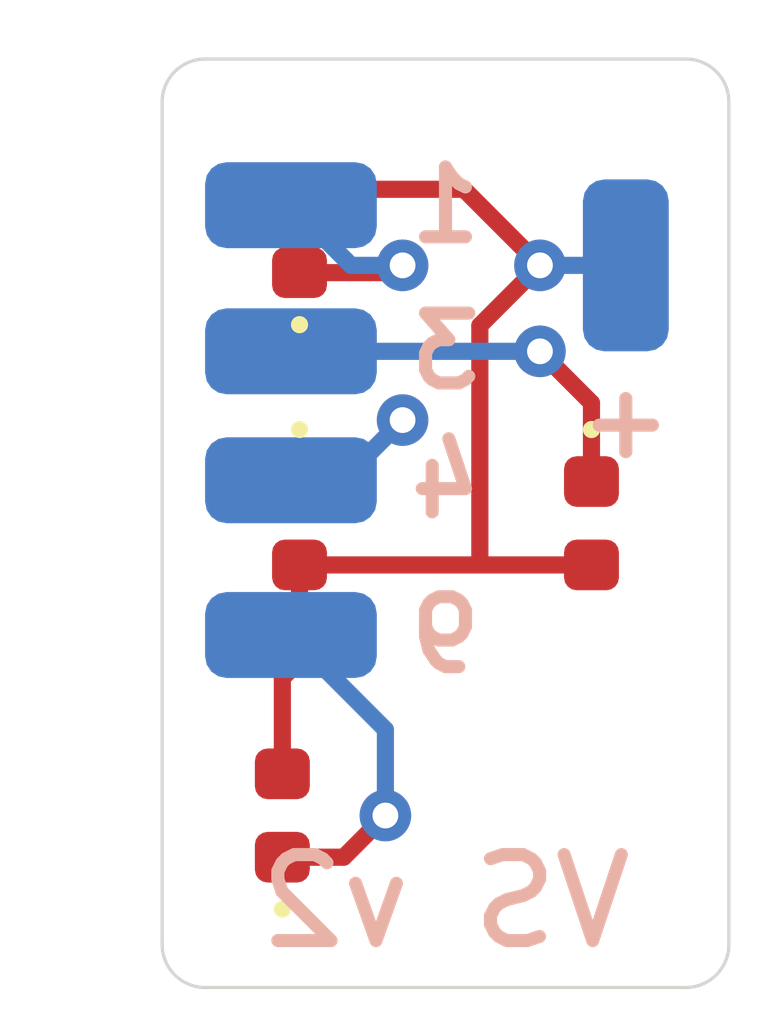
<source format=kicad_pcb>
(kicad_pcb (version 20221018) (generator pcbnew)
  (title_block (title "KS-Vorsignal") (date "2024-01-07") (rev "2.0"))
  (layers (0 "F.Cu" signal) (31 "B.Cu" signal) (34 "B.Paste" user) (35 "F.Paste" user) (36 "B.SilkS" user "B.Silkscreen") (37 "F.SilkS" user "F.Silkscreen") (38 "B.Mask" user) (39 "F.Mask" user) (44 "Edge.Cuts" user))
  (net 0 "")
  (net 1 "Net-(D1-K)")
  (net 2 "Net-(D1-A)")
  (net 3 "Net-(D3-K)")
  (net 4 "Net-(D5-K)")
  (net 5 "Net-(D10-K)")
  (footprint "LED_SMD:LED_0402_1005Metric" (layer "F.Cu") (at 102 70.1 -90)
    (fp_text reference "D5" hide)
    (fp_text value "LED_Y")
    (fp_circle (center -1.09 0) (end -1.04 0) (stroke (width 0.1)) (fill none) (layer "F.SilkS"))
    (pad "1" smd roundrect locked (at -0.485 0 270) (size 0.59 0.64) (layers "F.Cu" "F.Paste" "F.Mask") (net 4 "Net-(D5-K)"))
    (pad "2" smd roundrect locked (at 0.485 0 270) (size 0.59 0.64) (layers "F.Cu" "F.Paste" "F.Mask") (net 2 "Net-(D1-A)"))
  )
  (footprint "LED_SMD:LED_0402_1005Metric" (layer "F.Cu") (at 98.6 66.7 90)
    (fp_text reference "D1" hide)
    (fp_text value "LED_W")
    (fp_circle (center -1.09 0) (end -1.04 0) (stroke (width 0.1)) (fill none) (layer "F.SilkS"))
    (pad "1" smd roundrect locked (at -0.485 0 90) (size 0.59 0.64) (layers "F.Cu" "F.Paste" "F.Mask") (net 1 "Net-(D1-K)"))
    (pad "2" smd roundrect locked (at 0.485 0 90) (size 0.59 0.64) (layers "F.Cu" "F.Paste" "F.Mask") (net 2 "Net-(D1-A)"))
  )
  (footprint "LED_SMD:LED_0402_1005Metric" (layer "F.Cu") (at 98.4 73.5 90)
    (fp_text reference "D10" hide)
    (fp_text value "LED_W")
    (fp_circle (center -1.09 0) (end -1.04 0) (stroke (width 0.1)) (fill none) (layer "F.SilkS"))
    (pad "1" smd roundrect (at -0.485 0 90) (size 0.59 0.64) (layers "F.Cu" "F.Paste" "F.Mask") (net 5 "Net-(D10-K)"))
    (pad "2" smd roundrect (at 0.485 0 90) (size 0.59 0.64) (layers "F.Cu" "F.Paste" "F.Mask") (net 2 "Net-(D1-A)"))
  )
  (footprint "LED_SMD:LED_0402_1005Metric" (layer "F.Cu") (at 98.6 70.1 -90)
    (fp_text reference "D3" hide)
    (fp_text value "LED_G")
    (fp_circle (center -1.09 0) (end -1.04 0) (stroke (width 0.1)) (fill none) (layer "F.SilkS"))
    (pad "1" smd roundrect locked (at -0.485 0 270) (size 0.59 0.64) (layers "F.Cu" "F.Paste" "F.Mask") (net 3 "Net-(D3-K)"))
    (pad "2" smd roundrect locked (at 0.485 0 270) (size 0.59 0.64) (layers "F.Cu" "F.Paste" "F.Mask") (net 2 "Net-(D1-A)"))
  )
  (footprint "Connector_Wire:SolderWirePad_1x01_SMD_1x2mm" (layer "B.Cu") (at 98.5 66.4 -90)
    (fp_text reference "J1" hide)
    (fp_text value "VkzBw")
    (pad "1" smd roundrect (at 0 0 270) (size 1 2) (layers "B.Cu" "B.Paste" "B.Mask") (net 1 "Net-(D1-K)"))
  )
  (footprint "Connector_Wire:SolderWirePad_1x01_SMD_1x2mm" (layer "B.Cu") (at 98.5 69.6 -90)
    (fp_text reference "J4" hide)
    (fp_text value "GRÜN")
    (pad "1" smd roundrect (at 0 0 270) (size 1 2) (layers "B.Cu" "B.Paste" "B.Mask") (net 3 "Net-(D3-K)"))
  )
  (footprint "Connector_Wire:SolderWirePad_1x01_SMD_1x2mm" (layer "B.Cu") (at 102.4 67.1 180)
    (fp_text reference "J0" hide)
    (fp_text value "VCC")
    (pad "1" smd roundrect (at 0 0 180) (size 1 2) (layers "B.Cu" "B.Paste" "B.Mask") (net 2 "Net-(D1-A)"))
  )
  (footprint "Connector_Wire:SolderWirePad_1x01_SMD_1x2mm" (layer "B.Cu") (at 98.5 71.4 90)
    (fp_text reference "J9" hide)
    (fp_text value "Wd")
    (pad "1" smd roundrect (at 0 0 90) (size 1 2) (layers "B.Cu" "B.Paste" "B.Mask") (net 5 "Net-(D10-K)"))
  )
  (footprint "Connector_Wire:SolderWirePad_1x01_SMD_1x2mm" (layer "B.Cu") (at 98.5 68.1 -90)
    (fp_text reference "J3" hide)
    (fp_text value "GELB")
    (pad "1" smd roundrect (at 0 0 270) (size 1 2) (layers "B.Cu" "B.Paste" "B.Mask") (net 4 "Net-(D5-K)"))
  )
  (gr_arc (start 103.6 75) (mid 103.453553 75.353553) (end 103.1 75.5) (stroke (width 0.0381)) (layer "Edge.Cuts"))
  (gr_line (start 97.5 75.5) (end 103.1 75.5) (stroke (width 0.0381)) (layer "Edge.Cuts"))
  (gr_line (start 97 75) (end 97 65.2) (stroke (width 0.0381)) (layer "Edge.Cuts"))
  (gr_line (start 97.5 64.7) (end 103.1 64.7) (stroke (width 0.0381)) (layer "Edge.Cuts"))
  (gr_arc (start 97.5 75.5) (mid 97.146447 75.353553) (end 97 75) (stroke (width 0.0381)) (layer "Edge.Cuts"))
  (gr_line (start 103.6 75) (end 103.6 65.2) (stroke (width 0.0381)) (layer "Edge.Cuts"))
  (gr_arc (start 103.1 64.7) (mid 103.453553 64.846447) (end 103.6 65.2) (stroke (width 0.0381)) (layer "Edge.Cuts"))
  (gr_arc (start 97 65.2) (mid 97.146447 64.846447) (end 97.5 64.7) (stroke (width 0.0381)) (layer "Edge.Cuts"))
  (gr_text "9" (at 100.3 71.4) (layer "B.SilkS") (effects (font (size 0.8128 0.8128) (thickness 0.1524)) (justify mirror)))
  (gr_text "1" (at 100.3 66.4) (layer "B.SilkS") (effects (font (size 0.8128 0.8128) (thickness 0.1524)) (justify mirror)))
  (gr_text "3" (at 100.3 68.1) (layer "B.SilkS") (effects (font (size 0.8128 0.8128) (thickness 0.1524)) (justify mirror)))
  (gr_text "+" (at 102.4 68.9) (layer "B.SilkS") (effects (font (size 0.8128 0.8128) (thickness 0.1524)) (justify mirror)))
  (gr_text "VS v2" (at 100.3 74.5) (layer "B.SilkS") (effects (font (size 1 1) (thickness 0.1524)) (justify mirror)))
  (gr_text "4" (at 100.3 69.6) (layer "B.SilkS") (effects (font (size 0.8128 0.8128) (thickness 0.1524)) (justify mirror)))
  (segment (start 99.715 67.185) (end 99.8 67.1) (width 0.2) (layer "F.Cu") (net 1))
  (segment (start 98.6 67.185) (end 99.715 67.185) (width 0.2) (layer "F.Cu") (net 1))
  (via (at 99.8 67.1) (size 0.6) (drill 0.3) (layers "F.Cu" "B.Cu") (net 1))
  (segment (start 99.2 67.1) (end 98.5 66.4) (width 0.2) (layer "B.Cu") (net 1))
  (segment (start 99.8 67.1) (end 99.2 67.1) (width 0.2) (layer "B.Cu") (net 1))
  (segment (start 100.7 67.8) (end 100.7 70.585) (width 0.2) (layer "F.Cu") (net 2))
  (segment (start 100.7 70.585) (end 102 70.585) (width 0.2) (layer "F.Cu") (net 2))
  (segment (start 98.6 71.7) (end 98.4 71.9) (width 0.2) (layer "F.Cu") (net 2))
  (segment (start 101.4 67.1) (end 100.7 67.8) (width 0.2) (layer "F.Cu") (net 2))
  (segment (start 98.6 70.585) (end 100.7 70.585) (width 0.2) (layer "F.Cu") (net 2))
  (segment (start 98.6 66.215) (end 100.515 66.215) (width 0.2) (layer "F.Cu") (net 2))
  (segment (start 98.6 70.585) (end 98.6 71.7) (width 0.2) (layer "F.Cu") (net 2))
  (segment (start 100.515 66.215) (end 101.4 67.1) (width 0.2) (layer "F.Cu") (net 2))
  (segment (start 98.4 71.9) (end 98.4 73.015) (width 0.2) (layer "F.Cu") (net 2))
  (via (at 101.4 67.1) (size 0.6) (drill 0.3) (layers "F.Cu" "B.Cu") (net 2))
  (segment (start 101.4 67.1) (end 102.4 67.1) (width 0.2) (layer "B.Cu") (net 2))
  (segment (start 98.6 69.615) (end 99.085 69.615) (width 0.2) (layer "F.Cu") (net 3))
  (segment (start 99.085 69.615) (end 99.8 68.9) (width 0.2) (layer "F.Cu") (net 3))
  (via (at 99.8 68.9) (size 0.6) (drill 0.3) (layers "F.Cu" "B.Cu") (net 3))
  (segment (start 99.1 69.6) (end 99.8 68.9) (width 0.2) (layer "B.Cu") (net 3))
  (segment (start 102 68.7) (end 101.4 68.1) (width 0.2) (layer "F.Cu") (net 4))
  (segment (start 102 69.615) (end 102 68.7) (width 0.2) (layer "F.Cu") (net 4))
  (via (at 101.4 68.1) (size 0.6) (drill 0.3) (layers "F.Cu" "B.Cu") (net 4))
  (segment (start 101.4 68.1) (end 98.5 68.1) (width 0.2) (layer "B.Cu") (net 4))
  (segment (start 98.4 73.985) (end 99.115 73.985) (width 0.2) (layer "F.Cu") (net 5))
  (segment (start 99.115 73.985) (end 99.6 73.5) (width 0.2) (layer "F.Cu") (net 5))
  (via (at 99.6 73.5) (size 0.6) (drill 0.3) (layers "F.Cu" "B.Cu") (net 5))
  (segment (start 99.6 72.5) (end 98.5 71.4) (width 0.2) (layer "B.Cu") (net 5))
  (segment (start 99.6 73.5) (end 99.6 72.5) (width 0.2) (layer "B.Cu") (net 5))
)
</source>
